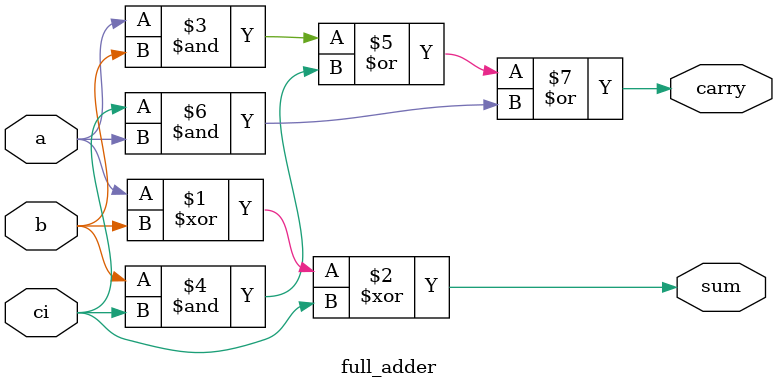
<source format=v>
module full_adder(a,b,ci,sum,carry);
	input a,b,ci;
	output sum,carry;

	assign sum = a^b^ci;
	assign carry = a&b | b&ci | ci&a;
	
endmodule

</source>
